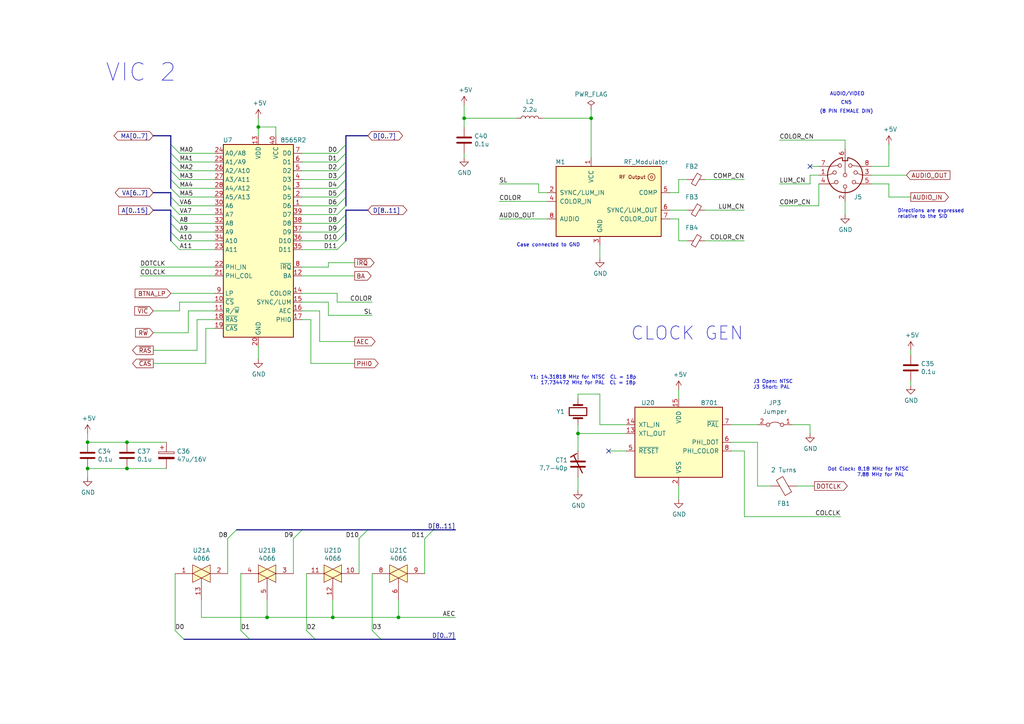
<source format=kicad_sch>
(kicad_sch (version 20230121) (generator eeschema)
  (paper "A4")
  (title_block (title "Commodore C64C - Assy 250469-01 Rev. A") (date "2023-04-02") (rev "2") (company "https://github.com/KicadRetroArchive") (comment 1 "KiCad schematic licensed under CERN-OHL-S") (comment 2 "WARNING: These schematics might contain errors!") (comment 3 "Author: Andrea Cisternino <andrea.cisternino@posteo.net>"))
  (lib_symbols
    (symbol "250469-01:Conn_DIN-8_AudioVideo" (pin_names (offset 1.016))
      (property "Reference" "J" (at -3.175 -5.715 0))
      (property "Value" "Conn_DIN-8_AudioVideo" (at -11.43 10.16 0))
      (symbol "Conn_DIN-8_AudioVideo_0_1"
        (arc (start -5.08 0) (mid 0 -5.0579) (end 5.08 0) (stroke (width 0.254)))
        (circle (center -3.048 0.762) (radius 0.508))
        (circle (center -2.54 -2.032) (radius 0.508))
        (circle (center -1.524 2.794) (radius 0.508))
        (arc (start -0.762 5.08) (mid -3.8673 3.3444) (end -5.08 0) (stroke (width 0.254)))
        (circle (center 0 -3.302) (radius 0.508))
        (polyline (pts (xy -5.08 0) (xy -3.556 0.508)))
        (polyline (pts (xy 0 -5.08) (xy 0 -3.81)))
        (polyline (pts (xy 0 0.508) (xy 0 5.08)))
        (polyline (pts (xy 5.08 0) (xy 3.556 0.508)))
        (polyline (pts (xy -5.08 -2.54) (xy -4.318 -2.54) (xy -3.048 -2.286)))
        (polyline (pts (xy -5.08 2.54) (xy -4.318 2.54) (xy -2.032 2.794)))
        (polyline (pts (xy 5.08 -2.54) (xy 4.318 -2.54) (xy 3.048 -2.286)))
        (polyline (pts (xy 5.08 2.54) (xy 4.318 2.54) (xy 2.032 2.794)))
        (polyline (pts (xy 0.762 4.953) (xy 0.762 4.191) (xy -0.762 4.191) (xy -0.762 4.953)) (stroke (width 0.254)))
        (circle (center 0 0) (radius 0.508))
        (circle (center 1.524 2.794) (radius 0.508))
        (circle (center 2.54 -2.032) (radius 0.508))
        (circle (center 3.048 0.762) (radius 0.508))
        (arc (start 5.08 0) (mid 3.8597 3.3379) (end 0.762 5.08) (stroke (width 0.254)))
      )
      (symbol "Conn_DIN-8_AudioVideo_1_1"
        (pin passive line (at 7.62 0 180) (length 2.54) (name "~") (number "1"))
        (pin passive line (at 0 -7.62 90) (length 2.54) (name "~") (number "2"))
        (pin passive line (at -7.62 0 0) (length 2.54) (name "~") (number "3"))
        (pin passive line (at 7.62 -2.54 180) (length 2.54) (name "~") (number "4"))
        (pin passive line (at -7.62 -2.54 0) (length 2.54) (name "~") (number "5"))
        (pin passive line (at 0 7.62 270) (length 2.54) (name "~") (number "6"))
        (pin passive line (at 7.62 2.54 180) (length 2.54) (name "~") (number "7"))
        (pin passive line (at -7.62 2.54 0) (length 2.54) (name "~") (number "8"))
      )
    )
    (symbol "250469-01:RF_Modulator" (pin_names (offset 1.016))
      (property "Reference" "M" (at -13.97 11.43 0))
      (property "Value" "RF_Modulator" (at 9.398 11.43 0))
      (symbol "RF_Modulator_0_0"
        (circle (center 12.446 7.0612) (radius 0.3556))
        (circle (center 12.446 7.0612) (radius 1.016))
        (text "RF Output" (at 6.858 7.0612 0) (effects (font (size 1.016 1.016))))
      )
      (symbol "RF_Modulator_0_1"
        (rectangle (start -15.24 10.16) (end 15.24 -10.16) (stroke (width 0.254)) (fill (type background)))
      )
      (symbol "RF_Modulator_1_1"
        (pin power_in line (at -5.08 12.7 270) (length 2.54) (name "VCC") (number "1"))
        (pin input line (at -17.78 2.54 0) (length 2.54) (name "SYNC/LUM_IN") (number "2"))
        (pin power_in line (at -2.54 -12.7 90) (length 2.54) (name "GND") (number "3"))
        (pin input line (at -17.78 0 0) (length 2.54) (name "COLOR_IN") (number "4"))
        (pin output line (at 17.78 2.54 180) (length 2.54) (name "COMP") (number "5"))
        (pin output line (at 17.78 -2.54 180) (length 2.54) (name "SYNC/LUM_OUT") (number "6"))
        (pin output line (at 17.78 -5.08 180) (length 2.54) (name "COLOR_OUT") (number "7"))
        (pin input line (at -17.78 -5.08 0) (length 2.54) (name "AUDIO") (number "8"))
      )
    )
    (symbol "4xxx:4066" (pin_names (offset 1.016))
      (property "Reference" "U" (at -7.62 8.89 0))
      (property "Value" "4066" (at -7.62 -8.89 0))
      (symbol "4066_1_0"
        (polyline (pts (xy 0 1.27) (xy 0 2.54)) (stroke (width 0.1524)))
        (polyline (pts (xy -2.54 0) (xy 2.54 2.54) (xy 2.54 -2.54) (xy -2.54 0)) (fill (type background)))
        (polyline (pts (xy -2.54 2.54) (xy 2.54 0) (xy -2.54 -2.54) (xy -2.54 2.54)) (fill (type background)))
        (pin passive line (at -7.62 0 0) (length 5.08) (name "~") (number "1"))
        (pin input line (at 0 7.62 270) (length 5.08) (name "~") (number "13"))
        (pin passive line (at 7.62 0 180) (length 5.08) (name "~") (number "2"))
      )
      (symbol "4066_2_0"
        (polyline (pts (xy 0 1.27) (xy 0 2.54)) (stroke (width 0.1524)))
        (polyline (pts (xy -2.54 0) (xy 2.54 2.54) (xy 2.54 -2.54) (xy -2.54 0)) (fill (type background)))
        (polyline (pts (xy -2.54 2.54) (xy 2.54 0) (xy -2.54 -2.54) (xy -2.54 2.54)) (fill (type background)))
        (pin passive line (at 7.62 0 180) (length 5.08) (name "~") (number "3"))
        (pin passive line (at -7.62 0 0) (length 5.08) (name "~") (number "4"))
        (pin input line (at 0 7.62 270) (length 5.08) (name "~") (number "5"))
      )
      (symbol "4066_3_0"
        (polyline (pts (xy 0 1.27) (xy 0 2.54)) (stroke (width 0.1524)))
        (polyline (pts (xy -2.54 0) (xy 2.54 2.54) (xy 2.54 -2.54) (xy -2.54 0)) (fill (type background)))
        (polyline (pts (xy -2.54 2.54) (xy 2.54 0) (xy -2.54 -2.54) (xy -2.54 2.54)) (fill (type background)))
        (pin input line (at 0 7.62 270) (length 5.08) (name "~") (number "6"))
        (pin passive line (at -7.62 0 0) (length 5.08) (name "~") (number "8"))
        (pin passive line (at 7.62 0 180) (length 5.08) (name "~") (number "9"))
      )
      (symbol "4066_4_0"
        (polyline (pts (xy 0 1.27) (xy 0 2.54)) (stroke (width 0.1524)))
        (polyline (pts (xy -2.54 0) (xy 2.54 2.54) (xy 2.54 -2.54) (xy -2.54 0)) (fill (type background)))
        (polyline (pts (xy -2.54 2.54) (xy 2.54 0) (xy -2.54 -2.54) (xy -2.54 2.54)) (fill (type background)))
        (pin passive line (at 7.62 0 180) (length 5.08) (name "~") (number "10"))
        (pin passive line (at -7.62 0 0) (length 5.08) (name "~") (number "11"))
        (pin input line (at 0 7.62 270) (length 5.08) (name "~") (number "12"))
      )
      (symbol "4066_5_0"
        (pin power_in line (at 0 12.7 270) (length 5.08) (name "VDD") (number "14"))
        (pin power_in line (at 0 -12.7 90) (length 5.08) (name "VSS") (number "7"))
      )
      (symbol "4066_5_1"
        (rectangle (start -5.08 7.62) (end 5.08 -7.62) (stroke (width 0.254)) (fill (type background)))
      )
    )
    (symbol "Device:C" (pin_numbers hide) (pin_names (offset 0.254))
      (property "Reference" "C" (at 0.635 2.54 0))
      (property "Value" "C" (at 0.635 -2.54 0))
      (symbol "C_0_1"
        (polyline (pts (xy -2.032 -0.762) (xy 2.032 -0.762)) (stroke (width 0.508)))
        (polyline (pts (xy -2.032 0.762) (xy 2.032 0.762)) (stroke (width 0.508)))
      )
      (symbol "C_1_1"
        (pin passive line (at 0 3.81 270) (length 2.794) (name "~") (number "1"))
        (pin passive line (at 0 -3.81 90) (length 2.794) (name "~") (number "2"))
      )
    )
    (symbol "Device:C_Polarized" (pin_numbers hide) (pin_names (offset 0.254))
      (property "Reference" "C" (at 0.635 2.54 0))
      (property "Value" "C_Polarized" (at 0.635 -2.54 0))
      (symbol "C_Polarized_0_1"
        (rectangle (start -2.286 0.508) (end 2.286 1.016))
        (polyline (pts (xy -1.778 2.286) (xy -0.762 2.286)))
        (polyline (pts (xy -1.27 2.794) (xy -1.27 1.778)))
        (rectangle (start 2.286 -0.508) (end -2.286 -1.016) (fill (type outline)))
      )
      (symbol "C_Polarized_1_1"
        (pin passive line (at 0 3.81 270) (length 2.794) (name "~") (number "1"))
        (pin passive line (at 0 -3.81 90) (length 2.794) (name "~") (number "2"))
      )
    )
    (symbol "Device:C_Trim" (pin_numbers hide) (pin_names (offset 0.254) hide)
      (property "Reference" "C" (at 1.524 -2.032 0))
      (property "Value" "C_Trim" (at 3.048 -3.556 0))
      (symbol "C_Trim_0_1"
        (polyline (pts (xy -2.032 -0.762) (xy 2.032 -0.762)) (stroke (width 0.508)))
        (polyline (pts (xy -2.032 0.762) (xy 2.032 0.762)) (stroke (width 0.508)))
        (polyline (pts (xy 1.27 2.54) (xy -1.27 -2.54)) (stroke (width 0.3048)))
        (polyline (pts (xy 1.27 2.54) (xy 0.381 3.048)) (stroke (width 0.3048)))
        (polyline (pts (xy 1.27 2.54) (xy 2.159 2.032)) (stroke (width 0.3048)))
      )
      (symbol "C_Trim_1_1"
        (pin passive line (at 0 3.81 270) (length 3.048) (name "~") (number "1"))
        (pin passive line (at 0 -3.81 90) (length 3.048) (name "~") (number "2"))
      )
    )
    (symbol "Device:Crystal" (pin_numbers hide) (pin_names (offset 1.016) hide)
      (property "Reference" "Y" (at 0 3.81 0))
      (property "Value" "Crystal" (at 0 -3.81 0))
      (symbol "Crystal_0_1"
        (rectangle (start -1.143 2.54) (end 1.143 -2.54) (stroke (width 0.3048)))
        (polyline (pts (xy -2.54 0) (xy -1.905 0)))
        (polyline (pts (xy -1.905 -1.27) (xy -1.905 1.27)) (stroke (width 0.508)))
        (polyline (pts (xy 1.905 -1.27) (xy 1.905 1.27)) (stroke (width 0.508)))
        (polyline (pts (xy 2.54 0) (xy 1.905 0)))
      )
      (symbol "Crystal_1_1"
        (pin passive line (at -3.81 0 0) (length 1.27) (name "1") (number "1"))
        (pin passive line (at 3.81 0 180) (length 1.27) (name "2") (number "2"))
      )
    )
    (symbol "Device:FerriteBead" (pin_numbers hide) (pin_names (offset 0))
      (property "Reference" "FB" (at -3.81 0.635 90))
      (property "Value" "FerriteBead" (at 3.81 0 90))
      (symbol "FerriteBead_0_1"
        (polyline (pts (xy 0 -1.27) (xy 0 -1.2192)))
        (polyline (pts (xy 0 1.27) (xy 0 1.2954)))
        (polyline (pts (xy -2.7686 0.4064) (xy -1.7018 2.2606) (xy 2.7686 -0.3048) (xy 1.6764 -2.159) (xy -2.7686 0.4064)))
      )
      (symbol "FerriteBead_1_1"
        (pin passive line (at 0 3.81 270) (length 2.54) (name "~") (number "1"))
        (pin passive line (at 0 -3.81 90) (length 2.54) (name "~") (number "2"))
      )
    )
    (symbol "Device:FerriteBead_Small" (pin_numbers hide) (pin_names (offset 0))
      (property "Reference" "FB" (at 1.905 1.27 0))
      (property "Value" "FerriteBead_Small" (at 1.905 -1.27 0))
      (symbol "FerriteBead_Small_0_1"
        (polyline (pts (xy 0 -1.27) (xy 0 -0.7874)))
        (polyline (pts (xy 0 0.889) (xy 0 1.2954)))
        (polyline (pts (xy -1.8288 0.2794) (xy -1.1176 1.4986) (xy 1.8288 -0.2032) (xy 1.1176 -1.4224) (xy -1.8288 0.2794)))
      )
      (symbol "FerriteBead_Small_1_1"
        (pin passive line (at 0 2.54 270) (length 1.27) (name "~") (number "1"))
        (pin passive line (at 0 -2.54 90) (length 1.27) (name "~") (number "2"))
      )
    )
    (symbol "Device:L" (pin_numbers hide) (pin_names (offset 1.016) hide)
      (property "Reference" "L" (at -1.27 0 90))
      (property "Value" "L" (at 1.905 0 90))
      (symbol "L_0_1"
        (arc (start 0 -2.54) (mid 0.6323 -1.905) (end 0 -1.27))
        (arc (start 0 -1.27) (mid 0.6323 -0.635) (end 0 0))
        (arc (start 0 0) (mid 0.6323 0.635) (end 0 1.27))
        (arc (start 0 1.27) (mid 0.6323 1.905) (end 0 2.54))
      )
      (symbol "L_1_1"
        (pin passive line (at 0 3.81 270) (length 1.27) (name "1") (number "1"))
        (pin passive line (at 0 -3.81 90) (length 1.27) (name "2") (number "2"))
      )
    )
    (symbol "Jumper:Jumper_2_Bridged" (pin_names (offset 0) hide)
      (property "Reference" "JP" (at 0 1.905 0))
      (property "Value" "Jumper_2_Bridged" (at 0 -2.54 0))
      (symbol "Jumper_2_Bridged_0_0"
        (circle (center -2.032 0) (radius 0.508))
        (circle (center 2.032 0) (radius 0.508))
      )
      (symbol "Jumper_2_Bridged_0_1"
        (arc (start 1.524 0.254) (mid 0 0.762) (end -1.524 0.254))
      )
      (symbol "Jumper_2_Bridged_1_1"
        (pin passive line (at -5.08 0 0) (length 2.54) (name "A") (number "1"))
        (pin passive line (at 5.08 0 180) (length 2.54) (name "B") (number "2"))
      )
    )
    (symbol "krl_MOS-Technology:8565R2"
      (property "Reference" "U" (at -9.525 29.21 0))
      (property "Value" "8565R2" (at 9.525 29.21 0))
      (symbol "8565R2_0_1"
        (rectangle (start -10.16 27.94) (end 10.16 -27.94) (stroke (width 0.254)) (fill (type background)))
      )
      (symbol "8565R2_1_1"
        (pin bidirectional line (at 12.7 10.16 180) (length 2.54) (name "D6") (number "1"))
        (pin input line (at -12.7 -17.78 0) (length 2.54) (name "~{CS}") (number "10"))
        (pin input line (at -12.7 -20.32 0) (length 2.54) (name "R/~{W}") (number "11"))
        (pin output line (at 12.7 -10.16 180) (length 2.54) (name "BA") (number "12"))
        (pin power_in line (at 0 30.48 270) (length 2.54) (name "VDD") (number "13"))
        (pin output line (at 12.7 -15.24 180) (length 2.54) (name "COLOR") (number "14"))
        (pin output line (at 12.7 -17.78 180) (length 2.54) (name "SYNC/LUM") (number "15"))
        (pin output line (at 12.7 -20.32 180) (length 2.54) (name "AEC") (number "16"))
        (pin output line (at 12.7 -22.86 180) (length 2.54) (name "PHI0") (number "17"))
        (pin output line (at -12.7 -22.86 0) (length 2.54) (name "~{RAS}") (number "18"))
        (pin output line (at -12.7 -25.4 0) (length 2.54) (name "~{CAS}") (number "19"))
        (pin bidirectional line (at 12.7 12.7 180) (length 2.54) (name "D5") (number "2"))
        (pin power_in line (at 0 -30.48 90) (length 2.54) (name "GND") (number "20"))
        (pin input line (at -12.7 -10.16 0) (length 2.54) (name "PHI_COL") (number "21"))
        (pin input line (at -12.7 -7.62 0) (length 2.54) (name "PHI_IN") (number "22"))
        (pin bidirectional line (at -12.7 -2.54 0) (length 2.54) (name "A11") (number "23"))
        (pin bidirectional line (at -12.7 25.4 0) (length 2.54) (name "A0/A8") (number "24"))
        (pin bidirectional line (at -12.7 22.86 0) (length 2.54) (name "A1/A9") (number "25"))
        (pin bidirectional line (at -12.7 20.32 0) (length 2.54) (name "A2/A10") (number "26"))
        (pin bidirectional line (at -12.7 17.78 0) (length 2.54) (name "A3/A11") (number "27"))
        (pin bidirectional line (at -12.7 15.24 0) (length 2.54) (name "A4/A12") (number "28"))
        (pin bidirectional line (at -12.7 12.7 0) (length 2.54) (name "A5/A13") (number "29"))
        (pin bidirectional line (at 12.7 15.24 180) (length 2.54) (name "D4") (number "3"))
        (pin bidirectional line (at -12.7 10.16 0) (length 2.54) (name "A6") (number "30"))
        (pin bidirectional line (at -12.7 7.62 0) (length 2.54) (name "A7") (number "31"))
        (pin bidirectional line (at -12.7 5.08 0) (length 2.54) (name "A8") (number "32"))
        (pin bidirectional line (at -12.7 2.54 0) (length 2.54) (name "A9") (number "33"))
        (pin bidirectional line (at -12.7 0 0) (length 2.54) (name "A10") (number "34"))
        (pin bidirectional line (at 12.7 -2.54 180) (length 2.54) (name "D11") (number "35"))
        (pin bidirectional line (at 12.7 0 180) (length 2.54) (name "D10") (number "36"))
        (pin bidirectional line (at 12.7 2.54 180) (length 2.54) (name "D9") (number "37"))
        (pin bidirectional line (at 12.7 5.08 180) (length 2.54) (name "D8") (number "38"))
        (pin bidirectional line (at 12.7 7.62 180) (length 2.54) (name "D7") (number "39"))
        (pin bidirectional line (at 12.7 17.78 180) (length 2.54) (name "D3") (number "4"))
        (pin power_in line (at 5.08 30.48 270) (length 2.54) (name "VCC") (number "40"))
        (pin bidirectional line (at 12.7 20.32 180) (length 2.54) (name "D2") (number "5"))
        (pin bidirectional line (at 12.7 22.86 180) (length 2.54) (name "D1") (number "6"))
        (pin bidirectional line (at 12.7 25.4 180) (length 2.54) (name "D0") (number "7"))
        (pin open_collector line (at 12.7 -7.62 180) (length 2.54) (name "~{IRQ}") (number "8"))
        (pin input line (at -12.7 -15.24 0) (length 2.54) (name "LP") (number "9"))
      )
    )
    (symbol "krl_MOS-Technology:8701" (pin_names (offset 1.016))
      (property "Reference" "U" (at -10.16 11.43 0))
      (property "Value" "8701" (at 8.89 11.43 0))
      (symbol "8701_0_0"
        (pin passive line (at 0 12.7 270) (length 2.54) hide (name "VDD") (number "12"))
      )
      (symbol "8701_0_1"
        (rectangle (start -12.7 10.16) (end 12.7 -10.16) (stroke (width 0.254)) (fill (type background)))
      )
      (symbol "8701_1_1"
        (pin no_connect line (at -12.7 7.62 0) (length 2.54) hide (name "NC") (number "1"))
        (pin no_connect line (at 12.7 7.62 180) (length 2.54) hide (name "NC") (number "10"))
        (pin no_connect line (at 12.7 -5.08 180) (length 2.54) hide (name "NC") (number "11"))
        (pin output line (at -15.24 2.54 0) (length 2.54) (name "XTL_OUT") (number "13"))
        (pin input line (at -15.24 5.08 0) (length 2.54) (name "XTL_IN") (number "14"))
        (pin power_in line (at 0 12.7 270) (length 2.54) (name "VDD") (number "15"))
        (pin no_connect line (at 12.7 -7.62 180) (length 2.54) hide (name "NC") (number "16"))
        (pin power_in line (at 0 -12.7 90) (length 2.54) (name "VSS") (number "2"))
        (pin no_connect line (at -12.7 -7.62 0) (length 2.54) hide (name "NC") (number "3"))
        (pin passive line (at 0 -12.7 90) (length 2.54) hide (name "~") (number "4"))
        (pin input line (at -15.24 -2.54 0) (length 2.54) (name "~{RESET}") (number "5"))
        (pin output line (at 15.24 0 180) (length 2.54) (name "PHI_DOT") (number "6"))
        (pin input line (at 15.24 5.08 180) (length 2.54) (name "~{PAL}") (number "7"))
        (pin output line (at 15.24 -2.54 180) (length 2.54) (name "PHI_COLOR") (number "8"))
        (pin passive line (at 0 -12.7 90) (length 2.54) hide (name "VSS") (number "9"))
      )
    )
    (symbol "power:+5V" (power) (pin_names (offset 0))
      (property "Value" "+5V" (at 0 3.556 0))
      (symbol "+5V_0_1"
        (polyline (pts (xy -0.762 1.27) (xy 0 2.54)))
        (polyline (pts (xy 0 0) (xy 0 2.54)))
        (polyline (pts (xy 0 2.54) (xy 0.762 1.27)))
      )
      (symbol "+5V_1_1"
        (pin power_in line (at 0 0 90) (length 0) hide (name "+5V") (number "1"))
      )
    )
    (symbol "power:GND" (power) (pin_names (offset 0))
      (property "Value" "GND" (at 0 -3.81 0))
      (symbol "GND_0_1"
        (polyline (pts (xy 0 0) (xy 0 -1.27) (xy 1.27 -1.27) (xy 0 -2.54) (xy -1.27 -1.27) (xy 0 -1.27)))
      )
      (symbol "GND_1_1"
        (pin power_in line (at 0 0 270) (length 0) hide (name "GND") (number "1"))
      )
    )
    (symbol "power:PWR_FLAG" (power) (pin_numbers hide) (pin_names (offset 0) hide)
      (property "Value" "PWR_FLAG" (at 0 3.81 0))
      (symbol "PWR_FLAG_0_0"
        (pin power_out line (at 0 0 90) (length 0) (name "pwr") (number "1"))
      )
      (symbol "PWR_FLAG_0_1"
        (polyline (pts (xy 0 0) (xy 0 1.27) (xy -1.016 1.905) (xy 0 2.54) (xy 1.016 1.905) (xy 0 1.27)))
      )
    )
  )
  (junction (at 171.45 34.29))
  (junction (at 74.93 36.83))
  (junction (at 167.64 125.73))
  (junction (at 25.4 135.89))
  (junction (at 77.47 179.07))
  (junction (at 134.62 34.29))
  (junction (at 25.4 128.27))
  (junction (at 36.83 128.27))
  (junction (at 36.83 135.89))
  (junction (at 96.52 179.07))
  (junction (at 115.57 179.07))
  (no_connect (at 176.53 130.81))
  (no_connect (at 234.95 48.26))
  (bus_entry (at 69.85 182.88) (size 2.54 2.54))
  (bus_entry (at 49.53 69.85) (size 2.54 2.54))
  (bus_entry (at 97.79 57.15) (size 2.54 -2.54))
  (bus_entry (at 49.53 67.31) (size 2.54 2.54))
  (bus_entry (at 49.53 41.91) (size 2.54 2.54))
  (bus_entry (at 49.53 64.77) (size 2.54 2.54))
  (bus_entry (at 97.79 49.53) (size 2.54 -2.54))
  (bus_entry (at 88.9 182.88) (size 2.54 2.54))
  (bus_entry (at 106.68 153.67) (size -2.54 2.54))
  (bus_entry (at 49.53 62.23) (size 2.54 2.54))
  (bus_entry (at 97.79 44.45) (size 2.54 -2.54))
  (bus_entry (at 49.53 46.99) (size 2.54 2.54))
  (bus_entry (at 87.63 153.67) (size -2.54 2.54))
  (bus_entry (at 97.79 67.31) (size 2.54 -2.54))
  (bus_entry (at 97.79 64.77) (size 2.54 -2.54))
  (bus_entry (at 97.79 62.23) (size 2.54 -2.54))
  (bus_entry (at 49.53 52.07) (size 2.54 2.54))
  (bus_entry (at 50.8 182.88) (size 2.54 2.54))
  (bus_entry (at 125.73 153.67) (size -2.54 2.54))
  (bus_entry (at 49.53 54.61) (size 2.54 2.54))
  (bus_entry (at 97.79 69.85) (size 2.54 -2.54))
  (bus_entry (at 97.79 54.61) (size 2.54 -2.54))
  (bus_entry (at 97.79 52.07) (size 2.54 -2.54))
  (bus_entry (at 68.58 153.67) (size -2.54 2.54))
  (bus_entry (at 49.53 49.53) (size 2.54 2.54))
  (bus_entry (at 97.79 59.69) (size 2.54 -2.54))
  (bus_entry (at 49.53 44.45) (size 2.54 2.54))
  (bus_entry (at 97.79 72.39) (size 2.54 -2.54))
  (bus_entry (at 97.79 46.99) (size 2.54 -2.54))
  (bus_entry (at 107.95 182.88) (size 2.54 2.54))
  (bus_entry (at 49.53 59.69) (size 2.54 2.54))
  (bus_entry (at 49.53 57.15) (size 2.54 2.54))
  (wire (pts (xy 87.63 85.09) (xy 97.79 85.09)))
  (wire (pts (xy 229.87 123.19) (xy 234.95 123.19)))
  (wire (pts (xy 196.85 140.97) (xy 196.85 144.78)))
  (bus (pts (xy 100.33 60.96) (xy 106.68 60.96)))
  (wire (pts (xy 57.15 92.71) (xy 62.23 92.71)))
  (wire (pts (xy 87.63 64.77) (xy 97.79 64.77)))
  (bus (pts (xy 49.53 55.88) (xy 49.53 57.15)))
  (wire (pts (xy 44.45 96.52) (xy 54.61 96.52)))
  (wire (pts (xy 196.85 55.88) (xy 194.31 55.88)))
  (wire (pts (xy 171.45 34.29) (xy 171.45 31.75)))
  (bus (pts (xy 110.49 185.42) (xy 132.08 185.42)))
  (wire (pts (xy 234.95 123.19) (xy 234.95 125.73)))
  (wire (pts (xy 107.95 166.37) (xy 107.95 182.88)))
  (wire (pts (xy 196.85 115.57) (xy 196.85 113.03)))
  (wire (pts (xy 234.95 50.8) (xy 234.95 53.34)))
  (wire (pts (xy 196.85 69.85) (xy 199.39 69.85)))
  (wire (pts (xy 44.45 101.6) (xy 57.15 101.6)))
  (wire (pts (xy 52.07 54.61) (xy 62.23 54.61)))
  (wire (pts (xy 87.63 62.23) (xy 97.79 62.23)))
  (bus (pts (xy 68.58 153.67) (xy 87.63 153.67)))
  (bus (pts (xy 100.33 62.23) (xy 100.33 64.77)))
  (wire (pts (xy 194.31 63.5) (xy 196.85 63.5)))
  (wire (pts (xy 158.75 55.88) (xy 156.21 55.88)))
  (bus (pts (xy 72.39 185.42) (xy 91.44 185.42)))
  (bus (pts (xy 100.33 41.91) (xy 100.33 44.45)))
  (wire (pts (xy 87.63 57.15) (xy 97.79 57.15)))
  (wire (pts (xy 104.14 156.21) (xy 104.14 166.37)))
  (wire (pts (xy 88.9 166.37) (xy 88.9 182.88)))
  (wire (pts (xy 87.63 80.01) (xy 102.87 80.01)))
  (wire (pts (xy 212.09 128.27) (xy 219.71 128.27)))
  (wire (pts (xy 95.25 76.2) (xy 102.87 76.2)))
  (wire (pts (xy 158.75 58.42) (xy 144.78 58.42)))
  (wire (pts (xy 87.63 87.63) (xy 95.25 87.63)))
  (wire (pts (xy 52.07 46.99) (xy 62.23 46.99)))
  (wire (pts (xy 115.57 173.99) (xy 115.57 179.07)))
  (wire (pts (xy 44.45 90.17) (xy 52.07 90.17)))
  (wire (pts (xy 80.01 36.83) (xy 74.93 36.83)))
  (wire (pts (xy 181.61 123.19) (xy 173.99 123.19)))
  (wire (pts (xy 181.61 125.73) (xy 167.64 125.73)))
  (wire (pts (xy 25.4 128.27) (xy 36.83 128.27)))
  (bus (pts (xy 49.53 55.88) (xy 44.45 55.88)))
  (wire (pts (xy 36.83 128.27) (xy 48.26 128.27)))
  (wire (pts (xy 219.71 140.97) (xy 223.52 140.97)))
  (wire (pts (xy 87.63 92.71) (xy 90.17 92.71)))
  (wire (pts (xy 196.85 52.07) (xy 199.39 52.07)))
  (bus (pts (xy 100.33 39.37) (xy 106.68 39.37)))
  (wire (pts (xy 52.07 69.85) (xy 62.23 69.85)))
  (wire (pts (xy 226.06 53.34) (xy 234.95 53.34)))
  (wire (pts (xy 69.85 166.37) (xy 69.85 182.88)))
  (bus (pts (xy 49.53 67.31) (xy 49.53 69.85)))
  (wire (pts (xy 173.99 114.3) (xy 167.64 114.3)))
  (wire (pts (xy 226.06 40.64) (xy 245.11 40.64)))
  (wire (pts (xy 52.07 72.39) (xy 62.23 72.39)))
  (wire (pts (xy 95.25 77.47) (xy 87.63 77.47)))
  (wire (pts (xy 226.06 59.69) (xy 237.49 59.69)))
  (wire (pts (xy 36.83 135.89) (xy 48.26 135.89)))
  (wire (pts (xy 237.49 50.8) (xy 234.95 50.8)))
  (wire (pts (xy 62.23 80.01) (xy 40.64 80.01)))
  (wire (pts (xy 173.99 74.93) (xy 173.99 71.12)))
  (wire (pts (xy 167.64 115.57) (xy 167.64 114.3)))
  (wire (pts (xy 257.81 48.26) (xy 252.73 48.26)))
  (wire (pts (xy 87.63 54.61) (xy 97.79 54.61)))
  (wire (pts (xy 257.81 41.91) (xy 257.81 48.26)))
  (wire (pts (xy 58.42 173.99) (xy 58.42 179.07)))
  (wire (pts (xy 92.71 90.17) (xy 92.71 99.06)))
  (bus (pts (xy 44.45 60.96) (xy 49.53 60.96)))
  (bus (pts (xy 91.44 185.42) (xy 110.49 185.42)))
  (wire (pts (xy 49.53 85.09) (xy 62.23 85.09)))
  (wire (pts (xy 66.04 156.21) (xy 66.04 166.37)))
  (wire (pts (xy 231.14 140.97) (xy 236.22 140.97)))
  (wire (pts (xy 196.85 52.07) (xy 196.85 55.88)))
  (wire (pts (xy 52.07 67.31) (xy 62.23 67.31)))
  (wire (pts (xy 215.9 149.86) (xy 243.84 149.86)))
  (wire (pts (xy 58.42 179.07) (xy 77.47 179.07)))
  (wire (pts (xy 95.25 91.44) (xy 107.95 91.44)))
  (wire (pts (xy 204.47 69.85) (xy 215.9 69.85)))
  (bus (pts (xy 100.33 64.77) (xy 100.33 67.31)))
  (wire (pts (xy 87.63 67.31) (xy 97.79 67.31)))
  (wire (pts (xy 87.63 90.17) (xy 92.71 90.17)))
  (wire (pts (xy 74.93 34.29) (xy 74.93 36.83)))
  (wire (pts (xy 52.07 57.15) (xy 62.23 57.15)))
  (wire (pts (xy 264.16 111.76) (xy 264.16 110.49)))
  (wire (pts (xy 144.78 63.5) (xy 158.75 63.5)))
  (wire (pts (xy 25.4 125.73) (xy 25.4 128.27)))
  (wire (pts (xy 87.63 52.07) (xy 97.79 52.07)))
  (wire (pts (xy 156.21 53.34) (xy 144.78 53.34)))
  (wire (pts (xy 52.07 90.17) (xy 52.07 87.63)))
  (wire (pts (xy 87.63 59.69) (xy 97.79 59.69)))
  (bus (pts (xy 49.53 46.99) (xy 49.53 49.53)))
  (wire (pts (xy 87.63 49.53) (xy 97.79 49.53)))
  (bus (pts (xy 125.73 153.67) (xy 132.08 153.67)))
  (wire (pts (xy 252.73 53.34) (xy 257.81 53.34)))
  (wire (pts (xy 245.11 43.18) (xy 245.11 40.64)))
  (bus (pts (xy 100.33 60.96) (xy 100.33 62.23)))
  (wire (pts (xy 171.45 34.29) (xy 171.45 45.72)))
  (wire (pts (xy 173.99 123.19) (xy 173.99 114.3)))
  (bus (pts (xy 53.34 185.42) (xy 72.39 185.42)))
  (wire (pts (xy 77.47 173.99) (xy 77.47 179.07)))
  (wire (pts (xy 123.19 156.21) (xy 123.19 166.37)))
  (wire (pts (xy 234.95 48.26) (xy 237.49 48.26)))
  (wire (pts (xy 62.23 95.25) (xy 59.69 95.25)))
  (bus (pts (xy 100.33 46.99) (xy 100.33 49.53)))
  (bus (pts (xy 49.53 60.96) (xy 49.53 62.23)))
  (wire (pts (xy 215.9 130.81) (xy 215.9 149.86)))
  (wire (pts (xy 257.81 53.34) (xy 257.81 57.15)))
  (wire (pts (xy 52.07 62.23) (xy 62.23 62.23)))
  (bus (pts (xy 44.45 39.37) (xy 49.53 39.37)))
  (wire (pts (xy 57.15 101.6) (xy 57.15 92.71)))
  (wire (pts (xy 167.64 125.73) (xy 167.64 130.81)))
  (wire (pts (xy 87.63 46.99) (xy 97.79 46.99)))
  (wire (pts (xy 134.62 34.29) (xy 149.86 34.29)))
  (wire (pts (xy 176.53 130.81) (xy 181.61 130.81)))
  (wire (pts (xy 219.71 128.27) (xy 219.71 140.97)))
  (bus (pts (xy 49.53 62.23) (xy 49.53 64.77)))
  (wire (pts (xy 95.25 76.2) (xy 95.25 77.47)))
  (wire (pts (xy 59.69 95.25) (xy 59.69 105.41)))
  (wire (pts (xy 92.71 99.06) (xy 102.87 99.06)))
  (wire (pts (xy 134.62 30.48) (xy 134.62 34.29)))
  (bus (pts (xy 100.33 52.07) (xy 100.33 54.61)))
  (wire (pts (xy 52.07 52.07) (xy 62.23 52.07)))
  (bus (pts (xy 49.53 39.37) (xy 49.53 41.91)))
  (wire (pts (xy 134.62 34.29) (xy 134.62 36.83)))
  (wire (pts (xy 25.4 135.89) (xy 36.83 135.89)))
  (bus (pts (xy 100.33 57.15) (xy 100.33 59.69)))
  (wire (pts (xy 156.21 55.88) (xy 156.21 53.34)))
  (wire (pts (xy 96.52 179.07) (xy 115.57 179.07)))
  (wire (pts (xy 54.61 90.17) (xy 62.23 90.17)))
  (wire (pts (xy 157.48 34.29) (xy 171.45 34.29)))
  (wire (pts (xy 90.17 105.41) (xy 102.87 105.41)))
  (bus (pts (xy 100.33 44.45) (xy 100.33 46.99)))
  (bus (pts (xy 49.53 57.15) (xy 49.53 59.69)))
  (wire (pts (xy 204.47 60.96) (xy 215.9 60.96)))
  (wire (pts (xy 87.63 69.85) (xy 97.79 69.85)))
  (wire (pts (xy 237.49 53.34) (xy 237.49 59.69)))
  (bus (pts (xy 87.63 153.67) (xy 106.68 153.67)))
  (bus (pts (xy 100.33 54.61) (xy 100.33 57.15)))
  (wire (pts (xy 245.11 58.42) (xy 245.11 62.23)))
  (wire (pts (xy 196.85 63.5) (xy 196.85 69.85)))
  (wire (pts (xy 134.62 45.72) (xy 134.62 44.45)))
  (wire (pts (xy 74.93 104.14) (xy 74.93 100.33)))
  (wire (pts (xy 52.07 59.69) (xy 62.23 59.69)))
  (wire (pts (xy 252.73 50.8) (xy 262.89 50.8)))
  (bus (pts (xy 100.33 49.53) (xy 100.33 52.07)))
  (wire (pts (xy 52.07 87.63) (xy 62.23 87.63)))
  (wire (pts (xy 52.07 64.77) (xy 62.23 64.77)))
  (wire (pts (xy 85.09 156.21) (xy 85.09 166.37)))
  (wire (pts (xy 95.25 87.63) (xy 95.25 91.44)))
  (wire (pts (xy 167.64 123.19) (xy 167.64 125.73)))
  (wire (pts (xy 264.16 101.6) (xy 264.16 102.87)))
  (wire (pts (xy 44.45 105.41) (xy 59.69 105.41)))
  (wire (pts (xy 52.07 49.53) (xy 62.23 49.53)))
  (wire (pts (xy 194.31 60.96) (xy 199.39 60.96)))
  (wire (pts (xy 80.01 39.37) (xy 80.01 36.83)))
  (wire (pts (xy 212.09 130.81) (xy 215.9 130.81)))
  (wire (pts (xy 257.81 57.15) (xy 264.16 57.15)))
  (wire (pts (xy 167.64 138.43) (xy 167.64 142.24)))
  (bus (pts (xy 49.53 44.45) (xy 49.53 46.99)))
  (bus (pts (xy 49.53 41.91) (xy 49.53 44.45)))
  (wire (pts (xy 96.52 173.99) (xy 96.52 179.07)))
  (bus (pts (xy 49.53 64.77) (xy 49.53 67.31)))
  (wire (pts (xy 87.63 72.39) (xy 97.79 72.39)))
  (wire (pts (xy 50.8 166.37) (xy 50.8 182.88)))
  (bus (pts (xy 49.53 49.53) (xy 49.53 52.07)))
  (bus (pts (xy 100.33 67.31) (xy 100.33 69.85)))
  (wire (pts (xy 97.79 85.09) (xy 97.79 87.63)))
  (wire (pts (xy 62.23 77.47) (xy 40.64 77.47)))
  (wire (pts (xy 90.17 92.71) (xy 90.17 105.41)))
  (wire (pts (xy 74.93 36.83) (xy 74.93 39.37)))
  (wire (pts (xy 115.57 179.07) (xy 132.08 179.07)))
  (bus (pts (xy 49.53 52.07) (xy 49.53 54.61)))
  (wire (pts (xy 54.61 96.52) (xy 54.61 90.17)))
  (wire (pts (xy 62.23 44.45) (xy 52.07 44.45)))
  (wire (pts (xy 77.47 179.07) (xy 96.52 179.07)))
  (bus (pts (xy 106.68 153.67) (xy 125.73 153.67)))
  (bus (pts (xy 100.33 39.37) (xy 100.33 41.91)))
  (wire (pts (xy 97.79 87.63) (xy 107.95 87.63)))
  (wire (pts (xy 87.63 44.45) (xy 97.79 44.45)))
  (wire (pts (xy 25.4 138.43) (xy 25.4 135.89)))
  (wire (pts (xy 212.09 123.19) (xy 219.71 123.19)))
  (wire (pts (xy 204.47 52.07) (xy 215.9 52.07)))
  (text "Case connected to GND\n" (at 168.275 71.755 0) (effects (font (size 1.016 1.016)) (justify right bottom)))
  (text "Directions are expressed\nrelative to the SID" (at 260.35 63.5 0) (effects (font (size 1.016 1.016)) (justify left bottom)))
  (text "AUDIO/VIDEO" (at 240.665 27.94 0) (effects (font (size 1.016 1.016)) (justify left bottom)))
  (text "Dot Clock: 8.18 MHz for NTSC\n           7.88 MHz for PAL" (at 240.03 138.43 0) (effects (font (size 1.016 1.016)) (justify left bottom)))
  (text "Y1: 14.31818 MHz for NTSC  CL = 18p\n    17.734472 MHz for PAL  CL = 18p" (at 153.67 111.76 0) (effects (font (size 1.016 1.016)) (justify left bottom)))
  (text "CLOCK GEN" (at 182.88 99.06 0) (effects (font (size 3.81 3.81)) (justify left bottom)))
  (text "(8 PIN FEMALE DIN)" (at 237.744 33.02 0) (effects (font (size 1.016 1.016)) (justify left bottom)))
  (text "CN5" (at 243.84 30.48 0) (effects (font (size 1.016 1.016)) (justify left bottom)))
  (text "J3 Open: NTSC\nJ3 Short: PAL" (at 218.44 113.03 0) (effects (font (size 1.016 1.016)) (justify left bottom)))
  (text "VIC 2" (at 30.48 24.13 0) (effects (font (size 5.08 5.08)) (justify left bottom)))
  (label "D11" (at 97.79 72.39 180))
  (label "DOTCLK" (at 40.64 77.47 0))
  (label "A9" (at 52.07 67.31 0))
  (label "COLCLK" (at 40.64 80.01 0))
  (label "MA5" (at 52.07 57.15 0))
  (label "D4" (at 97.79 54.61 180))
  (label "SL" (at 144.78 53.34 0))
  (label "VA7" (at 52.07 62.23 0))
  (label "D8" (at 66.04 156.21 180))
  (label "VA6" (at 52.07 59.69 0))
  (label "D8" (at 97.79 64.77 180))
  (label "D2" (at 88.9 182.88 0))
  (label "D3" (at 97.79 52.07 180))
  (label "D3" (at 107.95 182.88 0))
  (label "AEC" (at 132.08 179.07 180))
  (label "D[8..11]" (at 132.08 153.67 180))
  (label "D1" (at 97.79 46.99 180))
  (label "MA2" (at 52.07 49.53 0))
  (label "D11" (at 123.19 156.21 180))
  (label "COLOR" (at 144.78 58.42 0))
  (label "COLOR" (at 107.95 87.63 180))
  (label "LUM_CN" (at 226.06 53.34 0))
  (label "D9" (at 97.79 67.31 180))
  (label "D2" (at 97.79 49.53 180))
  (label "COLOR_CN" (at 215.9 69.85 180))
  (label "SL" (at 107.95 91.44 180))
  (label "D6" (at 97.79 59.69 180))
  (label "MA0" (at 52.07 44.45 0))
  (label "COMP_CN" (at 215.9 52.07 180))
  (label "D0" (at 97.79 44.45 180))
  (label "D10" (at 104.14 156.21 180))
  (label "AUDIO_OUT" (at 144.78 63.5 0))
  (label "COMP_CN" (at 226.06 59.69 0))
  (label "COLCLK" (at 243.84 149.86 180))
  (label "D5" (at 97.79 57.15 180))
  (label "COLOR_CN" (at 226.06 40.64 0))
  (label "D10" (at 97.79 69.85 180))
  (label "MA4" (at 52.07 54.61 0))
  (label "D9" (at 85.09 156.21 180))
  (label "D[0..7]" (at 132.08 185.42 180))
  (label "MA3" (at 52.07 52.07 0))
  (label "D1" (at 69.85 182.88 0))
  (label "A11" (at 52.07 72.39 0))
  (label "D0" (at 50.8 182.88 0))
  (label "LUM_CN" (at 215.9 60.96 180))
  (label "A10" (at 52.07 69.85 0))
  (label "D7" (at 97.79 62.23 180))
  (label "A8" (at 52.07 64.77 0))
  (label "MA1" (at 52.07 46.99 0))
  (global_label "~{IRQ}" (shape output) (at 102.87 76.2 0) (property "Intersheetrefs" "${INTERSHEET_REFS}" (effects hide)))
  (global_label "~{CAS}" (shape output) (at 44.45 105.41 180) (property "Intersheetrefs" "${INTERSHEET_REFS}" (effects hide)))
  (global_label "AEC" (shape output) (at 102.87 99.06 0) (property "Intersheetrefs" "${INTERSHEET_REFS}" (effects hide)))
  (global_label "D[0..7]" (shape bidirectional) (at 106.68 39.37 0) (property "Intersheetrefs" "${INTERSHEET_REFS}" (effects hide)))
  (global_label "BTNA_LP" (shape input) (at 49.53 85.09 180) (property "Intersheetrefs" "${INTERSHEET_REFS}" (effects hide)))
  (global_label "BA" (shape output) (at 102.87 80.01 0) (property "Intersheetrefs" "${INTERSHEET_REFS}" (effects hide)))
  (global_label "~{RAS}" (shape output) (at 44.45 101.6 180) (property "Intersheetrefs" "${INTERSHEET_REFS}" (effects hide)))
  (global_label "VA[6..7]" (shape bidirectional) (at 44.45 55.88 180) (property "Intersheetrefs" "${INTERSHEET_REFS}" (effects hide)))
  (global_label "AUDIO_OUT" (shape input) (at 262.89 50.8 0) (property "Intersheetrefs" "${INTERSHEET_REFS}" (effects hide)))
  (global_label "A[0..15]" (shape input) (at 44.45 60.96 180) (property "Intersheetrefs" "${INTERSHEET_REFS}" (effects hide)))
  (global_label "AUDIO_IN" (shape output) (at 264.16 57.15 0) (property "Intersheetrefs" "${INTERSHEET_REFS}" (effects hide)))
  (global_label "D[8..11]" (shape bidirectional) (at 106.68 60.96 0) (property "Intersheetrefs" "${INTERSHEET_REFS}" (effects hide)))
  (global_label "PHI0" (shape output) (at 102.87 105.41 0) (property "Intersheetrefs" "${INTERSHEET_REFS}" (effects hide)))
  (global_label "~{VIC}" (shape input) (at 44.45 90.17 180) (property "Intersheetrefs" "${INTERSHEET_REFS}" (effects hide)))
  (global_label "DOTCLK" (shape output) (at 236.22 140.97 0) (property "Intersheetrefs" "${INTERSHEET_REFS}" (effects hide)))
  (global_label "MA[0..7]" (shape bidirectional) (at 44.45 39.37 180) (property "Intersheetrefs" "${INTERSHEET_REFS}" (effects hide)))
  (global_label "R~{W}" (shape input) (at 44.45 96.52 180) (property "Intersheetrefs" "${INTERSHEET_REFS}" (effects hide)))
  (symbol (lib_id "power:+5V") (at 74.93 34.29 0) (unit 1)
    (property "Reference" "#PWR0178" (effects hide))
    (property "Value" "+5V" (at 75.311 29.8958 0))
  )
  (symbol (lib_id "Device:C") (at 36.83 132.08 0) (unit 1)
    (property "Reference" "C37" (at 39.751 130.9116 0) (effects (justify left)))
    (property "Value" "0.1u" (at 39.751 133.223 0) (effects (justify left)))
    (property "Footprint" "Capacitor_THT:C_Disc_D4.7mm_W2.5mm_P5.00mm" (effects hide))
  )
  (symbol (lib_id "Device:C") (at 25.4 132.08 0) (unit 1)
    (property "Reference" "C34" (at 28.321 130.9116 0) (effects (justify left)))
    (property "Value" "0.1u" (at 28.321 133.223 0) (effects (justify left)))
    (property "Footprint" "Capacitor_THT:C_Disc_D4.7mm_W2.5mm_P5.00mm" (effects hide))
  )
  (symbol (lib_id "Device:C_Polarized") (at 48.26 132.08 0) (unit 1)
    (property "Reference" "C36" (at 51.2572 130.9116 0) (effects (justify left)))
    (property "Value" "47u/16V" (at 51.2572 133.223 0) (effects (justify left)))
    (property "Footprint" "Capacitor_THT:CP_Radial_D8.0mm_P5.00mm" (effects hide))
  )
  (symbol (lib_id "power:+5V") (at 25.4 125.73 0) (unit 1)
    (property "Reference" "#PWR0179" (effects hide))
    (property "Value" "+5V" (at 25.781 121.3358 0))
  )
  (symbol (lib_id "power:GND") (at 25.4 138.43 0) (unit 1)
    (property "Reference" "#PWR0180" (effects hide))
    (property "Value" "GND" (at 25.527 142.8242 0))
  )
  (symbol (lib_id "power:GND") (at 74.93 104.14 0) (unit 1)
    (property "Reference" "#PWR0181" (effects hide))
    (property "Value" "GND" (at 75.057 108.5342 0))
  )
  (symbol (lib_id "krl_MOS-Technology:8701") (at 196.85 128.27 0) (unit 1)
    (property "Reference" "U20" (at 187.96 116.84 0))
    (property "Value" "8701" (at 205.74 116.84 0))
    (property "Footprint" "Package_DIP:DIP-16_W7.62mm_Socket" (effects hide))
    (property "Datasheet" "https://archive.org/details/mos8701datapage/mode/1up" (effects hide))
  )
  (symbol (lib_id "power:+5V") (at 196.85 113.03 0) (unit 1)
    (property "Reference" "#PWR0182" (effects hide))
    (property "Value" "+5V" (at 197.231 108.6358 0))
  )
  (symbol (lib_id "power:GND") (at 196.85 144.78 0) (unit 1)
    (property "Reference" "#PWR0183" (effects hide))
    (property "Value" "GND" (at 196.977 149.1742 0))
  )
  (symbol (lib_id "Device:Crystal") (at 167.64 119.38 90) (mirror x) (unit 1)
    (property "Reference" "Y1" (at 163.83 119.38 90) (effects (justify left)))
    (property "Value" "Crystal" (effects hide))
    (property "Footprint" "Crystal:Crystal_HC49-U_Vertical" (effects hide))
  )
  (symbol (lib_id "Device:C_Trim") (at 167.64 134.62 0) (mirror y) (unit 1)
    (property "Reference" "CT1" (at 164.6936 133.4516 0) (effects (justify left)))
    (property "Value" "7.7-40p" (at 164.6936 135.763 0) (effects (justify left)))
    (property "Footprint" "krl_Capacitor_THT:C_Trimmer_JML_JML06_P5mm" (effects hide))
  )
  (symbol (lib_id "power:GND") (at 167.64 142.24 0) (unit 1)
    (property "Reference" "#PWR0184" (effects hide))
    (property "Value" "GND" (at 167.767 146.6342 0))
  )
  (symbol (lib_id "Jumper:Jumper_2_Bridged") (at 224.79 123.19 0) (mirror y) (unit 1)
    (property "Reference" "JP3" (at 224.79 116.84 0))
    (property "Value" "Jumper" (at 224.79 119.38 0))
    (property "Footprint" "Connector_PinHeader_2.54mm:PinHeader_1x02_P2.54mm_Vertical" (effects hide))
  )
  (symbol (lib_id "power:GND") (at 234.95 125.73 0) (unit 1)
    (property "Reference" "#PWR0185" (effects hide))
    (property "Value" "GND" (at 235.077 130.1242 0))
  )
  (symbol (lib_id "Device:FerriteBead") (at 227.33 140.97 270) (mirror x) (unit 1)
    (property "Reference" "FB1" (at 227.33 146.05 90))
    (property "Value" "2 Turns" (at 227.33 136.3218 90))
    (property "Footprint" "250469-01:L_Axial_Dual_L7.0mm_D3.3mm_P5.08mm_Vertical" (effects hide))
  )
  (symbol (lib_id "Device:FerriteBead_Small") (at 201.93 52.07 270) (unit 1)
    (property "Reference" "FB2" (at 200.66 48.26 90))
    (property "Value" "Ferrite_Bead_Small" (effects hide))
    (property "Footprint" "Inductor_THT:L_Axial_L7.0mm_D3.3mm_P5.08mm_Vertical_Fastron_MICC" (effects hide))
  )
  (symbol (lib_id "Device:FerriteBead_Small") (at 201.93 60.96 270) (unit 1)
    (property "Reference" "FB3" (at 200.66 57.15 90))
    (property "Value" "Ferrite_Bead_Small" (effects hide))
    (property "Footprint" "Inductor_THT:L_Axial_L7.0mm_D3.3mm_P5.08mm_Vertical_Fastron_MICC" (effects hide))
  )
  (symbol (lib_id "Device:FerriteBead_Small") (at 201.93 69.85 270) (unit 1)
    (property "Reference" "FB4" (at 200.66 66.04 90))
    (property "Value" "Ferrite_Bead_Small" (effects hide))
    (property "Footprint" "Inductor_THT:L_Axial_L7.0mm_D3.3mm_P5.08mm_Vertical_Fastron_MICC" (effects hide))
  )
  (symbol (lib_id "4xxx:4066") (at 58.42 166.37 0) (mirror x) (unit 1)
    (property "Reference" "U21" (at 58.42 159.639 0))
    (property "Value" "4066" (at 58.42 161.9504 0))
    (property "Footprint" "Package_DIP:DIP-14_W7.62mm_Socket" (effects hide))
    (property "Datasheet" "http://www.ti.com/lit/ds/symlink/cd4066b.pdf" (effects hide))
  )
  (symbol (lib_id "4xxx:4066") (at 77.47 166.37 0) (mirror x) (unit 2)
    (property "Reference" "U21" (at 77.47 159.639 0))
    (property "Value" "4066" (at 77.47 161.9504 0))
    (property "Footprint" "Package_DIP:DIP-14_W7.62mm_Socket" (effects hide))
    (property "Datasheet" "http://www.ti.com/lit/ds/symlink/cd4066b.pdf" (effects hide))
  )
  (symbol (lib_id "4xxx:4066") (at 115.57 166.37 0) (mirror x) (unit 3)
    (property "Reference" "U21" (at 115.57 159.639 0))
    (property "Value" "4066" (at 115.57 161.9504 0))
    (property "Footprint" "Package_DIP:DIP-14_W7.62mm_Socket" (effects hide))
    (property "Datasheet" "http://www.ti.com/lit/ds/symlink/cd4066b.pdf" (effects hide))
  )
  (symbol (lib_id "4xxx:4066") (at 96.52 166.37 0) (mirror x) (unit 4)
    (property "Reference" "U21" (at 96.52 159.639 0))
    (property "Value" "4066" (at 96.52 161.9504 0))
    (property "Footprint" "Package_DIP:DIP-14_W7.62mm_Socket" (effects hide))
    (property "Datasheet" "http://www.ti.com/lit/ds/symlink/cd4066b.pdf" (effects hide))
  )
  (symbol (lib_id "Device:L") (at 153.67 34.29 90) (unit 1)
    (property "Reference" "L2" (at 153.67 29.464 90))
    (property "Value" "2.2u" (at 153.67 31.7754 90))
    (property "Footprint" "Inductor_THT:L_Axial_L9.5mm_D4.0mm_P15.24mm_Horizontal_Fastron_SMCC" (effects hide))
  )
  (symbol (lib_id "Device:C") (at 134.62 40.64 0) (unit 1)
    (property "Reference" "C40" (at 137.541 39.4716 0) (effects (justify left)))
    (property "Value" "0.1u" (at 137.541 41.783 0) (effects (justify left)))
    (property "Footprint" "Capacitor_THT:C_Disc_D4.7mm_W2.5mm_P5.00mm" (effects hide))
  )
  (symbol (lib_id "250469-01:RF_Modulator") (at 176.53 58.42 0) (unit 1)
    (property "Reference" "M1" (at 162.56 46.99 0))
    (property "Value" "RF_Modulator" (at 187.325 46.99 0))
    (property "Footprint" "250469-01:RF_Modulator" (effects hide))
  )
  (symbol (lib_id "power:GND") (at 134.62 45.72 0) (unit 1)
    (property "Reference" "#PWR0191" (effects hide))
    (property "Value" "GND" (at 134.747 50.1142 0))
  )
  (symbol (lib_id "power:+5V") (at 134.62 30.48 0) (unit 1)
    (property "Reference" "#PWR0187" (effects hide))
    (property "Value" "+5V" (at 135.001 26.0858 0))
  )
  (symbol (lib_id "power:GND") (at 173.99 74.93 0) (unit 1)
    (property "Reference" "#PWR0188" (effects hide))
    (property "Value" "GND" (at 174.117 79.3242 0))
  )
  (symbol (lib_id "Device:C") (at 264.16 106.68 0) (unit 1)
    (property "Reference" "C35" (at 267.081 105.5116 0) (effects (justify left)))
    (property "Value" "0.1u" (at 267.081 107.823 0) (effects (justify left)))
    (property "Footprint" "Capacitor_THT:C_Disc_D4.7mm_W2.5mm_P5.00mm" (effects hide))
  )
  (symbol (lib_id "power:+5V") (at 264.16 101.6 0) (unit 1)
    (property "Reference" "#PWR0192" (effects hide))
    (property "Value" "+5V" (at 264.541 97.2058 0))
  )
  (symbol (lib_id "power:GND") (at 264.16 111.76 0) (unit 1)
    (property "Reference" "#PWR0193" (effects hide))
    (property "Value" "GND" (at 264.287 116.1542 0))
  )
  (symbol (lib_id "power:PWR_FLAG") (at 171.45 31.75 0) (unit 1)
    (property "Reference" "#FLG0101" (effects hide))
    (property "Value" "PWR_FLAG" (at 171.45 27.3558 0))
  )
  (symbol (lib_id "krl_MOS-Technology:8565R2") (at 74.93 69.85 0) (unit 1)
    (property "Reference" "U7" (at 66.04 40.64 0))
    (property "Value" "8565R2" (at 85.09 40.64 0))
    (property "Footprint" "Package_DIP:DIP-40_W15.24mm_Socket" (effects hide))
  )
  (symbol (lib_id "power:+5V") (at 257.81 41.91 0) (unit 1)
    (property "Reference" "#PWR021" (effects hide))
    (property "Value" "+5V" (at 258.191 37.5158 0))
  )
  (symbol (lib_id "250469-01:Conn_DIN-8_AudioVideo") (at 245.11 50.8 0) (mirror y) (unit 1)
    (property "Reference" "J5" (at 247.65 57.15 0) (effects (justify right)))
    (property "Value" "Conn_DIN-8_AudioVideo" (effects hide))
    (property "Footprint" "250469-01:Connector_DIN-8_AudioVideo" (effects hide))
  )
  (symbol (lib_id "power:GND") (at 245.11 62.23 0) (unit 1)
    (property "Reference" "#PWR022" (effects hide))
    (property "Value" "GND" (at 245.237 66.6242 0))
  )
)
</source>
